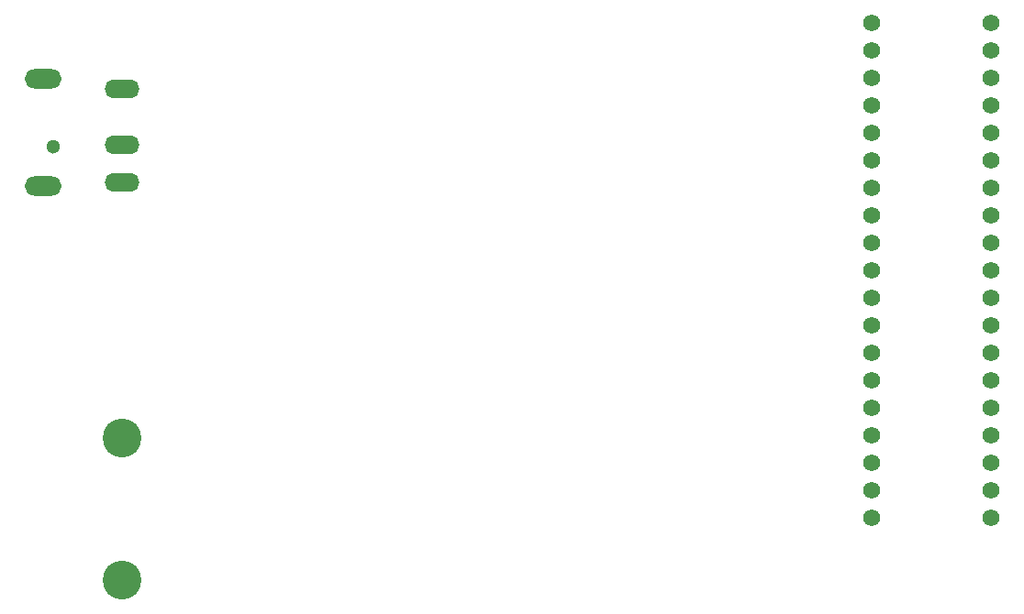
<source format=gbr>
%TF.GenerationSoftware,KiCad,Pcbnew,8.0.3*%
%TF.CreationDate,2024-10-11T11:20:33-04:00*%
%TF.ProjectId,G7 Senior Design V2,47372053-656e-4696-9f72-204465736967,rev?*%
%TF.SameCoordinates,Original*%
%TF.FileFunction,Soldermask,Bot*%
%TF.FilePolarity,Negative*%
%FSLAX46Y46*%
G04 Gerber Fmt 4.6, Leading zero omitted, Abs format (unit mm)*
G04 Created by KiCad (PCBNEW 8.0.3) date 2024-10-11 11:20:33*
%MOMM*%
%LPD*%
G01*
G04 APERTURE LIST*
%ADD10C,1.574800*%
%ADD11C,1.300000*%
%ADD12O,3.204000X1.704000*%
%ADD13O,3.404000X1.804000*%
%ADD14C,3.580000*%
G04 APERTURE END LIST*
D10*
%TO.C,J3*%
X191000000Y-117360000D03*
X191000000Y-114820000D03*
X191000000Y-112280000D03*
X191000000Y-109740000D03*
X191000000Y-107200000D03*
X191000000Y-104660000D03*
X191000000Y-102120000D03*
X191000000Y-99580000D03*
X191000000Y-97040000D03*
X191000000Y-94500000D03*
X191000000Y-91960000D03*
X191000000Y-89420000D03*
X191000000Y-86880000D03*
X191000000Y-84340000D03*
X191000000Y-81800000D03*
X191000000Y-79260000D03*
X191000000Y-76720000D03*
X191000000Y-74180000D03*
X191000000Y-71640000D03*
%TD*%
%TO.C,J4*%
X180000000Y-117320000D03*
X180000000Y-114780000D03*
X180000000Y-112240000D03*
X180000000Y-109700000D03*
X180000000Y-107160000D03*
X180000000Y-104620000D03*
X180000000Y-102080000D03*
X180000000Y-99540000D03*
X180000000Y-97000000D03*
X180000000Y-94460000D03*
X180000000Y-91920000D03*
X180000000Y-89380000D03*
X180000000Y-86840000D03*
X180000000Y-84300000D03*
X180000000Y-81760000D03*
X180000000Y-79220000D03*
X180000000Y-76680000D03*
X180000000Y-74140000D03*
X180000000Y-71600000D03*
%TD*%
D11*
%TO.C,J2*%
X104500000Y-83000000D03*
D12*
X110800000Y-86300000D03*
X110800000Y-77700000D03*
X110800000Y-82900000D03*
D13*
X103500000Y-86700000D03*
X103500000Y-76800000D03*
%TD*%
D14*
%TO.C,J1*%
X110792500Y-109930000D03*
X110792500Y-123070000D03*
%TD*%
M02*

</source>
